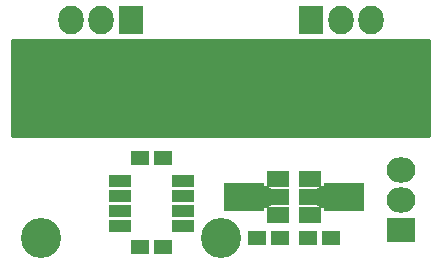
<source format=gbr>
G04 #@! TF.FileFunction,Soldermask,Top*
%FSLAX46Y46*%
G04 Gerber Fmt 4.6, Leading zero omitted, Abs format (unit mm)*
G04 Created by KiCad (PCBNEW 0.201510170916+6271~30~ubuntu14.04.1-product) date lun. 26 oct. 2015 23:12:23 CET*
%MOMM*%
G01*
G04 APERTURE LIST*
%ADD10C,0.100000*%
%ADD11R,2.432000X2.127200*%
%ADD12O,2.432000X2.127200*%
%ADD13R,1.901140X1.400760*%
%ADD14R,3.399740X2.398980*%
%ADD15R,1.600000X1.150000*%
%ADD16R,2.127200X2.432000*%
%ADD17O,2.127200X2.432000*%
%ADD18R,1.950000X1.000000*%
%ADD19R,1.300000X1.600000*%
%ADD20R,1.600000X1.300000*%
%ADD21C,3.400000*%
%ADD22C,0.254000*%
G04 APERTURE END LIST*
D10*
D11*
X190500000Y-96520000D03*
D12*
X190500000Y-93980000D03*
X190500000Y-91440000D03*
D13*
X182806340Y-92224860D03*
X182806340Y-93726000D03*
X182806340Y-95227140D03*
D14*
X185757820Y-93726000D03*
D10*
G36*
X184483350Y-94926760D02*
X183334050Y-94426380D01*
X183334050Y-93025620D01*
X184483350Y-92525240D01*
X184483350Y-94926760D01*
X184483350Y-94926760D01*
G37*
D13*
X180159660Y-95227140D03*
X180159660Y-93726000D03*
X180159660Y-92224860D03*
D14*
X177208180Y-93726000D03*
D10*
G36*
X178482650Y-92525240D02*
X179631950Y-93025620D01*
X179631950Y-94426380D01*
X178482650Y-94926760D01*
X178482650Y-92525240D01*
X178482650Y-92525240D01*
G37*
D15*
X184592000Y-97155000D03*
X182692000Y-97155000D03*
X180274000Y-97155000D03*
X178374000Y-97155000D03*
X170368000Y-90424000D03*
X168468000Y-90424000D03*
X170368000Y-97917000D03*
X168468000Y-97917000D03*
D16*
X167640000Y-78740000D03*
D17*
X165100000Y-78740000D03*
X162560000Y-78740000D03*
D16*
X182880000Y-78740000D03*
D17*
X185420000Y-78740000D03*
X187960000Y-78740000D03*
D18*
X166718000Y-92329000D03*
X166718000Y-93599000D03*
X166718000Y-94869000D03*
X166718000Y-96139000D03*
X172118000Y-96139000D03*
X172118000Y-94869000D03*
X172118000Y-93599000D03*
X172118000Y-92329000D03*
D19*
X158750000Y-85555000D03*
X158750000Y-83355000D03*
X168910000Y-85555000D03*
X168910000Y-83355000D03*
X161290000Y-87460000D03*
X161290000Y-85260000D03*
X165608000Y-85260000D03*
X165608000Y-87460000D03*
D20*
X171280000Y-87630000D03*
X169080000Y-87630000D03*
D19*
X191770000Y-85555000D03*
X191770000Y-83355000D03*
X181610000Y-85555000D03*
X181610000Y-83355000D03*
X188595000Y-87460000D03*
X188595000Y-85260000D03*
X185420000Y-85260000D03*
X185420000Y-87460000D03*
D20*
X179240000Y-87630000D03*
X181440000Y-87630000D03*
D19*
X171450000Y-85555000D03*
X171450000Y-83355000D03*
X179070000Y-85555000D03*
X179070000Y-83355000D03*
D21*
X160020000Y-97155000D03*
X175260000Y-97155000D03*
D22*
G36*
X192913000Y-88519000D02*
X157607000Y-88519000D01*
X157607000Y-80391000D01*
X192913000Y-80391000D01*
X192913000Y-88519000D01*
X192913000Y-88519000D01*
G37*
X192913000Y-88519000D02*
X157607000Y-88519000D01*
X157607000Y-80391000D01*
X192913000Y-80391000D01*
X192913000Y-88519000D01*
M02*

</source>
